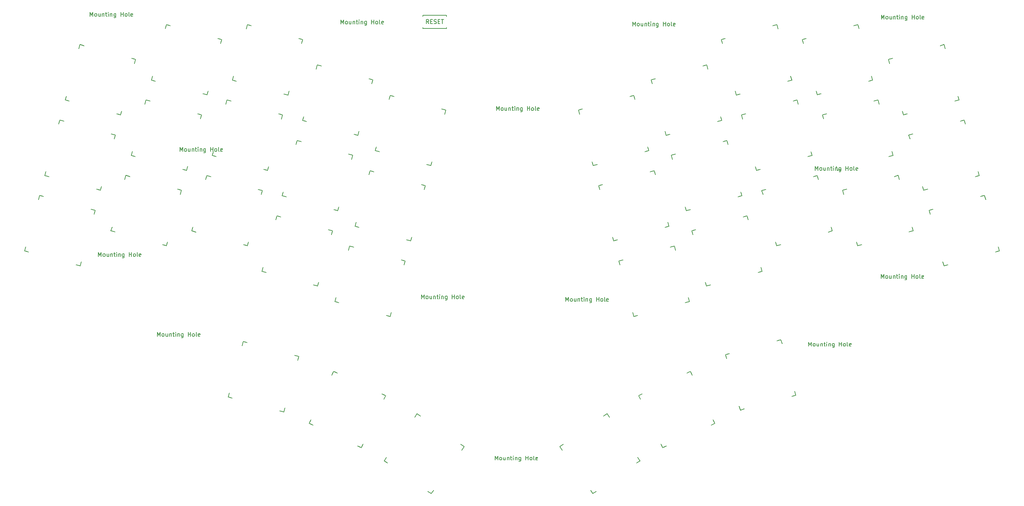
<source format=gbr>
G04 #@! TF.GenerationSoftware,KiCad,Pcbnew,(5.1.9)-1*
G04 #@! TF.CreationDate,2021-04-12T00:24:37-07:00*
G04 #@! TF.ProjectId,euclid36,6575636c-6964-4333-962e-6b696361645f,1.2*
G04 #@! TF.SameCoordinates,PX2faf080PY2faf080*
G04 #@! TF.FileFunction,Legend,Top*
G04 #@! TF.FilePolarity,Positive*
%FSLAX46Y46*%
G04 Gerber Fmt 4.6, Leading zero omitted, Abs format (unit mm)*
G04 Created by KiCad (PCBNEW (5.1.9)-1) date 2021-04-12 00:24:37*
%MOMM*%
%LPD*%
G01*
G04 APERTURE LIST*
%ADD10C,0.150000*%
G04 APERTURE END LIST*
D10*
X49616841Y15821821D02*
X48650915Y16080641D01*
X49616841Y15821821D02*
X49358022Y14855896D01*
X45027449Y2557679D02*
X45993374Y2298860D01*
X45993374Y2298860D02*
X45027449Y2557679D01*
X46252194Y3264786D02*
X45993374Y2298860D01*
X32470413Y5922327D02*
X32729232Y6888252D01*
X37059805Y19186469D02*
X36093880Y19445288D01*
X32470413Y5922327D02*
X33436339Y5663507D01*
X35835060Y18479362D02*
X36093880Y19445288D01*
X166129747Y-57426786D02*
X165163822Y-57685605D01*
X166129747Y-57426786D02*
X166388567Y-58392712D01*
X168787288Y-71208567D02*
X169753214Y-70949747D01*
X169753214Y-70949747D02*
X168787288Y-71208567D01*
X169494395Y-69983822D02*
X169753214Y-70949747D01*
X156230253Y-74573214D02*
X155971433Y-73607288D01*
X153572712Y-60791433D02*
X152606786Y-61050253D01*
X156230253Y-74573214D02*
X157196178Y-74314395D01*
X152865605Y-62016178D02*
X152606786Y-61050253D01*
X144118827Y-65116518D02*
X143212519Y-65539136D01*
X144118827Y-65116518D02*
X144541445Y-66022825D01*
X149129175Y-78227445D02*
X150035482Y-77804827D01*
X150035482Y-77804827D02*
X149129175Y-78227445D01*
X149612864Y-76898519D02*
X150035482Y-77804827D01*
X137347173Y-83721482D02*
X136924555Y-82815175D01*
X132336825Y-70610555D02*
X131430518Y-71033173D01*
X137347173Y-83721482D02*
X138253481Y-83298864D01*
X131853136Y-71939481D02*
X131430518Y-71033173D01*
X123754029Y-75464901D02*
X122934877Y-76038477D01*
X123754029Y-75464901D02*
X124327606Y-76284053D01*
X130964947Y-87506606D02*
X131784099Y-86933029D01*
X131784099Y-86933029D02*
X130964947Y-87506606D01*
X131210523Y-86113877D02*
X131784099Y-86933029D01*
X120315971Y-94963099D02*
X119742394Y-94143947D01*
X113105053Y-82921394D02*
X112285901Y-83494971D01*
X120315971Y-94963099D02*
X121135123Y-94389523D01*
X112859477Y-84314123D02*
X112285901Y-83494971D01*
X88945452Y-83494673D02*
X88126300Y-82921096D01*
X88945452Y-83494673D02*
X88371876Y-84313825D01*
X80096230Y-94389225D02*
X80915382Y-94962801D01*
X80915382Y-94962801D02*
X80096230Y-94389225D01*
X81488959Y-94143649D02*
X80915382Y-94962801D01*
X69447254Y-86932731D02*
X70020830Y-86113579D01*
X78296476Y-76038179D02*
X77477324Y-75464603D01*
X69447254Y-86932731D02*
X70266406Y-87506308D01*
X76903747Y-76283755D02*
X77477324Y-75464603D01*
X69801347Y-71032876D02*
X68895040Y-70610258D01*
X69801347Y-71032876D02*
X69378729Y-71939184D01*
X62978384Y-83298567D02*
X63884692Y-83721185D01*
X63884692Y-83721185D02*
X62978384Y-83298567D01*
X64307310Y-82814878D02*
X63884692Y-83721185D01*
X51196383Y-77804530D02*
X51619001Y-76898222D01*
X58019346Y-65538839D02*
X57113038Y-65116221D01*
X51196383Y-77804530D02*
X52102690Y-78227148D01*
X56690420Y-66022528D02*
X57113038Y-65116221D01*
X48624418Y-61485500D02*
X47658492Y-61226680D01*
X48624418Y-61485500D02*
X48365599Y-62451425D01*
X44035026Y-74749642D02*
X45000951Y-75008461D01*
X45000951Y-75008461D02*
X44035026Y-74749642D01*
X45259771Y-74042535D02*
X45000951Y-75008461D01*
X31477990Y-71384994D02*
X31736809Y-70419069D01*
X36067382Y-58120852D02*
X35101457Y-57862033D01*
X31477990Y-71384994D02*
X32443916Y-71643814D01*
X34842637Y-58827959D02*
X35101457Y-57862033D01*
X215744893Y-22216188D02*
X214778968Y-22475007D01*
X215744893Y-22216188D02*
X216003713Y-23182114D01*
X218402434Y-35997969D02*
X219368360Y-35739149D01*
X219368360Y-35739149D02*
X218402434Y-35997969D01*
X219109541Y-34773224D02*
X219368360Y-35739149D01*
X205845399Y-39362616D02*
X205586579Y-38396690D01*
X203187858Y-25580835D02*
X202221932Y-25839655D01*
X205845399Y-39362616D02*
X206811324Y-39103797D01*
X202480751Y-26805580D02*
X202221932Y-25839655D01*
X194714407Y-17332885D02*
X193748482Y-17591704D01*
X194714407Y-17332885D02*
X194973227Y-18298811D01*
X197371948Y-31114666D02*
X198337874Y-30855846D01*
X198337874Y-30855846D02*
X197371948Y-31114666D01*
X198079055Y-29889921D02*
X198337874Y-30855846D01*
X184814913Y-34479313D02*
X184556093Y-33513387D01*
X182157372Y-20697532D02*
X181191446Y-20956352D01*
X184814913Y-34479313D02*
X185780838Y-34220494D01*
X181450265Y-21922277D02*
X181191446Y-20956352D01*
X174998720Y-17356484D02*
X174032795Y-17615303D01*
X174998720Y-17356484D02*
X175257540Y-18322410D01*
X177656261Y-31138265D02*
X178622187Y-30879445D01*
X178622187Y-30879445D02*
X177656261Y-31138265D01*
X178363368Y-29913520D02*
X178622187Y-30879445D01*
X165099226Y-34502912D02*
X164840406Y-33536986D01*
X162441685Y-20721131D02*
X161475759Y-20979951D01*
X165099226Y-34502912D02*
X166065151Y-34244093D01*
X161734578Y-21945876D02*
X161475759Y-20979951D01*
X157912635Y-27193889D02*
X156946710Y-27452708D01*
X157912635Y-27193889D02*
X158171455Y-28159815D01*
X160570176Y-40975670D02*
X161536102Y-40716850D01*
X161536102Y-40716850D02*
X160570176Y-40975670D01*
X161277283Y-39750925D02*
X161536102Y-40716850D01*
X148013141Y-44340317D02*
X147754321Y-43374391D01*
X145355600Y-30558536D02*
X144389674Y-30817356D01*
X148013141Y-44340317D02*
X148979066Y-44081498D01*
X144648493Y-31783281D02*
X144389674Y-30817356D01*
X140169149Y-34577843D02*
X139203224Y-34836662D01*
X140169149Y-34577843D02*
X140427969Y-35543769D01*
X142826690Y-48359624D02*
X143792616Y-48100804D01*
X143792616Y-48100804D02*
X142826690Y-48359624D01*
X143533797Y-47134879D02*
X143792616Y-48100804D01*
X130269655Y-51724271D02*
X130010835Y-50758345D01*
X127612114Y-37942490D02*
X126646188Y-38201310D01*
X130269655Y-51724271D02*
X131235580Y-51465452D01*
X126905007Y-39167235D02*
X126646188Y-38201310D01*
X210814391Y-3815302D02*
X209848466Y-4074121D01*
X210814391Y-3815302D02*
X211073211Y-4781228D01*
X213471932Y-17597083D02*
X214437858Y-17338263D01*
X214437858Y-17338263D02*
X213471932Y-17597083D01*
X214179039Y-16372338D02*
X214437858Y-17338263D01*
X200914897Y-20961730D02*
X200656077Y-19995804D01*
X198257356Y-7179949D02*
X197291430Y-7438769D01*
X200914897Y-20961730D02*
X201880822Y-20702911D01*
X197550249Y-8404694D02*
X197291430Y-7438769D01*
X189783905Y1068001D02*
X188817980Y809182D01*
X189783905Y1068001D02*
X190042725Y102075D01*
X192441446Y-12713780D02*
X193407372Y-12454960D01*
X193407372Y-12454960D02*
X192441446Y-12713780D01*
X193148553Y-11489035D02*
X193407372Y-12454960D01*
X179884411Y-16078427D02*
X179625591Y-15112501D01*
X177226870Y-2296646D02*
X176260944Y-2555466D01*
X179884411Y-16078427D02*
X180850336Y-15819608D01*
X176519763Y-3521391D02*
X176260944Y-2555466D01*
X170068218Y1044402D02*
X169102293Y785583D01*
X170068218Y1044402D02*
X170327038Y78476D01*
X172725759Y-12737379D02*
X173691685Y-12478559D01*
X173691685Y-12478559D02*
X172725759Y-12737379D01*
X173432866Y-11512634D02*
X173691685Y-12478559D01*
X160168724Y-16102026D02*
X159909904Y-15136100D01*
X157511183Y-2320245D02*
X156545257Y-2579065D01*
X160168724Y-16102026D02*
X161134649Y-15843207D01*
X156804076Y-3544990D02*
X156545257Y-2579065D01*
X152982133Y-8793003D02*
X152016208Y-9051822D01*
X152982133Y-8793003D02*
X153240953Y-9758929D01*
X155639674Y-22574784D02*
X156605600Y-22315964D01*
X156605600Y-22315964D02*
X155639674Y-22574784D01*
X156346781Y-21350039D02*
X156605600Y-22315964D01*
X143082639Y-25939431D02*
X142823819Y-24973505D01*
X140425098Y-12157650D02*
X139459172Y-12416470D01*
X143082639Y-25939431D02*
X144048564Y-25680612D01*
X139717991Y-13382395D02*
X139459172Y-12416470D01*
X135238647Y-16176957D02*
X134272722Y-16435776D01*
X135238647Y-16176957D02*
X135497467Y-17142883D01*
X137896188Y-29958738D02*
X138862114Y-29699918D01*
X138862114Y-29699918D02*
X137896188Y-29958738D01*
X138603295Y-28733993D02*
X138862114Y-29699918D01*
X125339153Y-33323385D02*
X125080333Y-32357459D01*
X122681612Y-19541604D02*
X121715686Y-19800424D01*
X125339153Y-33323385D02*
X126305078Y-33064566D01*
X121974505Y-20766349D02*
X121715686Y-19800424D01*
X205883889Y14585584D02*
X204917964Y14326765D01*
X205883889Y14585584D02*
X206142709Y13619658D01*
X208541430Y803803D02*
X209507356Y1062623D01*
X209507356Y1062623D02*
X208541430Y803803D01*
X209248537Y2028548D02*
X209507356Y1062623D01*
X195984395Y-2560844D02*
X195725575Y-1594918D01*
X193326854Y11220937D02*
X192360928Y10962117D01*
X195984395Y-2560844D02*
X196950320Y-2302025D01*
X192619747Y9996192D02*
X192360928Y10962117D01*
X184853403Y19468887D02*
X183887478Y19210068D01*
X184853403Y19468887D02*
X185112223Y18502961D01*
X187510944Y5687106D02*
X188476870Y5945926D01*
X188476870Y5945926D02*
X187510944Y5687106D01*
X188218051Y6911851D02*
X188476870Y5945926D01*
X174953909Y2322459D02*
X174695089Y3288385D01*
X172296368Y16104240D02*
X171330442Y15845420D01*
X174953909Y2322459D02*
X175919834Y2581278D01*
X171589261Y14879495D02*
X171330442Y15845420D01*
X165137716Y19445288D02*
X164171791Y19186469D01*
X165137716Y19445288D02*
X165396536Y18479362D01*
X167795257Y5663507D02*
X168761183Y5922327D01*
X168761183Y5922327D02*
X167795257Y5663507D01*
X168502364Y6888252D02*
X168761183Y5922327D01*
X155238222Y2298860D02*
X154979402Y3264786D01*
X152580681Y16080641D02*
X151614755Y15821821D01*
X155238222Y2298860D02*
X156204147Y2557679D01*
X151873574Y14855896D02*
X151614755Y15821821D01*
X148051631Y9607883D02*
X147085706Y9349064D01*
X148051631Y9607883D02*
X148310451Y8641957D01*
X150709172Y-4173898D02*
X151675098Y-3915078D01*
X151675098Y-3915078D02*
X150709172Y-4173898D01*
X151416279Y-2949153D02*
X151675098Y-3915078D01*
X138152137Y-7538545D02*
X137893317Y-6572619D01*
X135494596Y6243236D02*
X134528670Y5984416D01*
X138152137Y-7538545D02*
X139118062Y-7279726D01*
X134787489Y5018491D02*
X134528670Y5984416D01*
X130308145Y2223929D02*
X129342220Y1965110D01*
X130308145Y2223929D02*
X130566965Y1258003D01*
X132965686Y-11557852D02*
X133931612Y-11299032D01*
X133931612Y-11299032D02*
X132965686Y-11557852D01*
X133672793Y-10333107D02*
X133931612Y-11299032D01*
X120408651Y-14922499D02*
X120149831Y-13956573D01*
X117751110Y-1140718D02*
X116785184Y-1399538D01*
X120408651Y-14922499D02*
X121374576Y-14663680D01*
X117044003Y-2365463D02*
X116785184Y-1399538D01*
X74585408Y-38201310D02*
X73619482Y-37942490D01*
X74585408Y-38201310D02*
X74326589Y-39167235D01*
X69996016Y-51465452D02*
X70961941Y-51724271D01*
X70961941Y-51724271D02*
X69996016Y-51465452D01*
X71220761Y-50758345D02*
X70961941Y-51724271D01*
X57438980Y-48100804D02*
X57697799Y-47134879D01*
X62028372Y-34836662D02*
X61062447Y-34577843D01*
X57438980Y-48100804D02*
X58404906Y-48359624D01*
X60803627Y-35543769D02*
X61062447Y-34577843D01*
X56841922Y-30817356D02*
X55875996Y-30558536D01*
X56841922Y-30817356D02*
X56583103Y-31783281D01*
X52252530Y-44081498D02*
X53218455Y-44340317D01*
X53218455Y-44340317D02*
X52252530Y-44081498D01*
X53477275Y-43374391D02*
X53218455Y-44340317D01*
X39695494Y-40716850D02*
X39954313Y-39750925D01*
X44284886Y-27452708D02*
X43318961Y-27193889D01*
X39695494Y-40716850D02*
X40661420Y-40975670D01*
X43060141Y-28159815D02*
X43318961Y-27193889D01*
X39755837Y-20979951D02*
X38789911Y-20721131D01*
X39755837Y-20979951D02*
X39497018Y-21945876D01*
X35166445Y-34244093D02*
X36132370Y-34502912D01*
X36132370Y-34502912D02*
X35166445Y-34244093D01*
X36391190Y-33536986D02*
X36132370Y-34502912D01*
X22609409Y-30879445D02*
X22868228Y-29913520D01*
X27198801Y-17615303D02*
X26232876Y-17356484D01*
X22609409Y-30879445D02*
X23575335Y-31138265D01*
X25974056Y-18322410D02*
X26232876Y-17356484D01*
X20040150Y-20956352D02*
X19074224Y-20697532D01*
X20040150Y-20956352D02*
X19781331Y-21922277D01*
X15450758Y-34220494D02*
X16416683Y-34479313D01*
X16416683Y-34479313D02*
X15450758Y-34220494D01*
X16675503Y-33513387D02*
X16416683Y-34479313D01*
X2893722Y-30855846D02*
X3152541Y-29889921D01*
X7483114Y-17591704D02*
X6517189Y-17332885D01*
X2893722Y-30855846D02*
X3859648Y-31114666D01*
X6258369Y-18298811D02*
X6517189Y-17332885D01*
X-990336Y-25839656D02*
X-1956262Y-25580836D01*
X-990336Y-25839656D02*
X-1249155Y-26805581D01*
X-5579728Y-39103798D02*
X-4613803Y-39362617D01*
X-4613803Y-39362617D02*
X-5579728Y-39103798D01*
X-4354983Y-38396691D02*
X-4613803Y-39362617D01*
X-18136764Y-35739150D02*
X-17877945Y-34773225D01*
X-13547372Y-22475008D02*
X-14513297Y-22216189D01*
X-18136764Y-35739150D02*
X-17170838Y-35997970D01*
X-14772117Y-23182115D02*
X-14513297Y-22216189D01*
X79515910Y-19800424D02*
X78549984Y-19541604D01*
X79515910Y-19800424D02*
X79257091Y-20766349D01*
X74926518Y-33064566D02*
X75892443Y-33323385D01*
X75892443Y-33323385D02*
X74926518Y-33064566D01*
X76151263Y-32357459D02*
X75892443Y-33323385D01*
X62369482Y-29699918D02*
X62628301Y-28733993D01*
X66958874Y-16435776D02*
X65992949Y-16176957D01*
X62369482Y-29699918D02*
X63335408Y-29958738D01*
X65734129Y-17142883D02*
X65992949Y-16176957D01*
X61772424Y-12416470D02*
X60806498Y-12157650D01*
X61772424Y-12416470D02*
X61513605Y-13382395D01*
X57183032Y-25680612D02*
X58148957Y-25939431D01*
X58148957Y-25939431D02*
X57183032Y-25680612D01*
X58407777Y-24973505D02*
X58148957Y-25939431D01*
X44625996Y-22315964D02*
X44884815Y-21350039D01*
X49215388Y-9051822D02*
X48249463Y-8793003D01*
X44625996Y-22315964D02*
X45591922Y-22574784D01*
X47990643Y-9758929D02*
X48249463Y-8793003D01*
X44686339Y-2579065D02*
X43720413Y-2320245D01*
X44686339Y-2579065D02*
X44427520Y-3544990D01*
X40096947Y-15843207D02*
X41062872Y-16102026D01*
X41062872Y-16102026D02*
X40096947Y-15843207D01*
X41321692Y-15136100D02*
X41062872Y-16102026D01*
X27539911Y-12478559D02*
X27798730Y-11512634D01*
X32129303Y785583D02*
X31163378Y1044402D01*
X27539911Y-12478559D02*
X28505837Y-12737379D01*
X30904558Y78476D02*
X31163378Y1044402D01*
X24970652Y-2555466D02*
X24004726Y-2296646D01*
X24970652Y-2555466D02*
X24711833Y-3521391D01*
X20381260Y-15819608D02*
X21347185Y-16078427D01*
X21347185Y-16078427D02*
X20381260Y-15819608D01*
X21606005Y-15112501D02*
X21347185Y-16078427D01*
X7824224Y-12454960D02*
X8083043Y-11489035D01*
X12413616Y809182D02*
X11447691Y1068001D01*
X7824224Y-12454960D02*
X8790150Y-12713780D01*
X11188871Y102075D02*
X11447691Y1068001D01*
X3940166Y-7438770D02*
X2974240Y-7179950D01*
X3940166Y-7438770D02*
X3681347Y-8404695D01*
X-649226Y-20702912D02*
X316699Y-20961731D01*
X316699Y-20961731D02*
X-649226Y-20702912D01*
X575519Y-19995805D02*
X316699Y-20961731D01*
X-13206262Y-17338264D02*
X-12947443Y-16372339D01*
X-8616870Y-4074122D02*
X-9582795Y-3815303D01*
X-13206262Y-17338264D02*
X-12240336Y-17597084D01*
X-9841615Y-4781229D02*
X-9582795Y-3815303D01*
X84446412Y-1399538D02*
X83480486Y-1140718D01*
X84446412Y-1399538D02*
X84187593Y-2365463D01*
X79857020Y-14663680D02*
X80822945Y-14922499D01*
X80822945Y-14922499D02*
X79857020Y-14663680D01*
X81081765Y-13956573D02*
X80822945Y-14922499D01*
X67299984Y-11299032D02*
X67558803Y-10333107D01*
X71889376Y1965110D02*
X70923451Y2223929D01*
X67299984Y-11299032D02*
X68265910Y-11557852D01*
X70664631Y1258003D02*
X70923451Y2223929D01*
X66702926Y5984416D02*
X65737000Y6243236D01*
X66702926Y5984416D02*
X66444107Y5018491D01*
X62113534Y-7279726D02*
X63079459Y-7538545D01*
X63079459Y-7538545D02*
X62113534Y-7279726D01*
X63338279Y-6572619D02*
X63079459Y-7538545D01*
X49556498Y-3915078D02*
X49815317Y-2949153D01*
X54145890Y9349064D02*
X53179965Y9607883D01*
X49556498Y-3915078D02*
X50522424Y-4173898D01*
X52921145Y8641957D02*
X53179965Y9607883D01*
X29901154Y15845420D02*
X28935228Y16104240D01*
X29901154Y15845420D02*
X29642335Y14879495D01*
X25311762Y2581278D02*
X26277687Y2322459D01*
X26277687Y2322459D02*
X25311762Y2581278D01*
X26536507Y3288385D02*
X26277687Y2322459D01*
X12754726Y5945926D02*
X13013545Y6911851D01*
X17344118Y19210068D02*
X16378193Y19468887D01*
X12754726Y5945926D02*
X13720652Y5687106D01*
X16119373Y18502961D02*
X16378193Y19468887D01*
X8870668Y10962116D02*
X7904742Y11220936D01*
X8870668Y10962116D02*
X8611849Y9996191D01*
X4281276Y-2302026D02*
X5247201Y-2560845D01*
X5247201Y-2560845D02*
X4281276Y-2302026D01*
X5506021Y-1594919D02*
X5247201Y-2560845D01*
X-8275760Y1062622D02*
X-8016941Y2028547D01*
X-3686368Y14326764D02*
X-4652293Y14585583D01*
X-8275760Y1062622D02*
X-7309834Y803802D01*
X-4911113Y13619657D02*
X-4652293Y14585583D01*
X78912500Y18555000D02*
X84612500Y18555000D01*
X84612500Y18555000D02*
X84612500Y18805000D01*
X78912500Y18555000D02*
X78912500Y18805000D01*
X78912500Y21755000D02*
X78912500Y21505000D01*
X78912500Y21755000D02*
X84612500Y21755000D01*
X84612500Y21755000D02*
X84612500Y21505000D01*
X174483333Y-16082380D02*
X174483333Y-15082380D01*
X174816666Y-15796666D01*
X175150000Y-15082380D01*
X175150000Y-16082380D01*
X175769047Y-16082380D02*
X175673809Y-16034761D01*
X175626190Y-15987142D01*
X175578571Y-15891904D01*
X175578571Y-15606190D01*
X175626190Y-15510952D01*
X175673809Y-15463333D01*
X175769047Y-15415714D01*
X175911904Y-15415714D01*
X176007142Y-15463333D01*
X176054761Y-15510952D01*
X176102380Y-15606190D01*
X176102380Y-15891904D01*
X176054761Y-15987142D01*
X176007142Y-16034761D01*
X175911904Y-16082380D01*
X175769047Y-16082380D01*
X176959523Y-15415714D02*
X176959523Y-16082380D01*
X176530952Y-15415714D02*
X176530952Y-15939523D01*
X176578571Y-16034761D01*
X176673809Y-16082380D01*
X176816666Y-16082380D01*
X176911904Y-16034761D01*
X176959523Y-15987142D01*
X177435714Y-15415714D02*
X177435714Y-16082380D01*
X177435714Y-15510952D02*
X177483333Y-15463333D01*
X177578571Y-15415714D01*
X177721428Y-15415714D01*
X177816666Y-15463333D01*
X177864285Y-15558571D01*
X177864285Y-16082380D01*
X178197619Y-15415714D02*
X178578571Y-15415714D01*
X178340476Y-15082380D02*
X178340476Y-15939523D01*
X178388095Y-16034761D01*
X178483333Y-16082380D01*
X178578571Y-16082380D01*
X178911904Y-16082380D02*
X178911904Y-15415714D01*
X178911904Y-15082380D02*
X178864285Y-15130000D01*
X178911904Y-15177619D01*
X178959523Y-15130000D01*
X178911904Y-15082380D01*
X178911904Y-15177619D01*
X179388095Y-15415714D02*
X179388095Y-16082380D01*
X179388095Y-15510952D02*
X179435714Y-15463333D01*
X179530952Y-15415714D01*
X179673809Y-15415714D01*
X179769047Y-15463333D01*
X179816666Y-15558571D01*
X179816666Y-16082380D01*
X180721428Y-15415714D02*
X180721428Y-16225238D01*
X180673809Y-16320476D01*
X180626190Y-16368095D01*
X180530952Y-16415714D01*
X180388095Y-16415714D01*
X180292857Y-16368095D01*
X180721428Y-16034761D02*
X180626190Y-16082380D01*
X180435714Y-16082380D01*
X180340476Y-16034761D01*
X180292857Y-15987142D01*
X180245238Y-15891904D01*
X180245238Y-15606190D01*
X180292857Y-15510952D01*
X180340476Y-15463333D01*
X180435714Y-15415714D01*
X180626190Y-15415714D01*
X180721428Y-15463333D01*
X181959523Y-16082380D02*
X181959523Y-15082380D01*
X181959523Y-15558571D02*
X182530952Y-15558571D01*
X182530952Y-16082380D02*
X182530952Y-15082380D01*
X183150000Y-16082380D02*
X183054761Y-16034761D01*
X183007142Y-15987142D01*
X182959523Y-15891904D01*
X182959523Y-15606190D01*
X183007142Y-15510952D01*
X183054761Y-15463333D01*
X183150000Y-15415714D01*
X183292857Y-15415714D01*
X183388095Y-15463333D01*
X183435714Y-15510952D01*
X183483333Y-15606190D01*
X183483333Y-15891904D01*
X183435714Y-15987142D01*
X183388095Y-16034761D01*
X183292857Y-16082380D01*
X183150000Y-16082380D01*
X184054761Y-16082380D02*
X183959523Y-16034761D01*
X183911904Y-15939523D01*
X183911904Y-15082380D01*
X184816666Y-16034761D02*
X184721428Y-16082380D01*
X184530952Y-16082380D01*
X184435714Y-16034761D01*
X184388095Y-15939523D01*
X184388095Y-15558571D01*
X184435714Y-15463333D01*
X184530952Y-15415714D01*
X184721428Y-15415714D01*
X184816666Y-15463333D01*
X184864285Y-15558571D01*
X184864285Y-15653809D01*
X184388095Y-15749047D01*
X19673333Y-11462380D02*
X19673333Y-10462380D01*
X20006666Y-11176666D01*
X20340000Y-10462380D01*
X20340000Y-11462380D01*
X20959047Y-11462380D02*
X20863809Y-11414761D01*
X20816190Y-11367142D01*
X20768571Y-11271904D01*
X20768571Y-10986190D01*
X20816190Y-10890952D01*
X20863809Y-10843333D01*
X20959047Y-10795714D01*
X21101904Y-10795714D01*
X21197142Y-10843333D01*
X21244761Y-10890952D01*
X21292380Y-10986190D01*
X21292380Y-11271904D01*
X21244761Y-11367142D01*
X21197142Y-11414761D01*
X21101904Y-11462380D01*
X20959047Y-11462380D01*
X22149523Y-10795714D02*
X22149523Y-11462380D01*
X21720952Y-10795714D02*
X21720952Y-11319523D01*
X21768571Y-11414761D01*
X21863809Y-11462380D01*
X22006666Y-11462380D01*
X22101904Y-11414761D01*
X22149523Y-11367142D01*
X22625714Y-10795714D02*
X22625714Y-11462380D01*
X22625714Y-10890952D02*
X22673333Y-10843333D01*
X22768571Y-10795714D01*
X22911428Y-10795714D01*
X23006666Y-10843333D01*
X23054285Y-10938571D01*
X23054285Y-11462380D01*
X23387619Y-10795714D02*
X23768571Y-10795714D01*
X23530476Y-10462380D02*
X23530476Y-11319523D01*
X23578095Y-11414761D01*
X23673333Y-11462380D01*
X23768571Y-11462380D01*
X24101904Y-11462380D02*
X24101904Y-10795714D01*
X24101904Y-10462380D02*
X24054285Y-10510000D01*
X24101904Y-10557619D01*
X24149523Y-10510000D01*
X24101904Y-10462380D01*
X24101904Y-10557619D01*
X24578095Y-10795714D02*
X24578095Y-11462380D01*
X24578095Y-10890952D02*
X24625714Y-10843333D01*
X24720952Y-10795714D01*
X24863809Y-10795714D01*
X24959047Y-10843333D01*
X25006666Y-10938571D01*
X25006666Y-11462380D01*
X25911428Y-10795714D02*
X25911428Y-11605238D01*
X25863809Y-11700476D01*
X25816190Y-11748095D01*
X25720952Y-11795714D01*
X25578095Y-11795714D01*
X25482857Y-11748095D01*
X25911428Y-11414761D02*
X25816190Y-11462380D01*
X25625714Y-11462380D01*
X25530476Y-11414761D01*
X25482857Y-11367142D01*
X25435238Y-11271904D01*
X25435238Y-10986190D01*
X25482857Y-10890952D01*
X25530476Y-10843333D01*
X25625714Y-10795714D01*
X25816190Y-10795714D01*
X25911428Y-10843333D01*
X27149523Y-11462380D02*
X27149523Y-10462380D01*
X27149523Y-10938571D02*
X27720952Y-10938571D01*
X27720952Y-11462380D02*
X27720952Y-10462380D01*
X28340000Y-11462380D02*
X28244761Y-11414761D01*
X28197142Y-11367142D01*
X28149523Y-11271904D01*
X28149523Y-10986190D01*
X28197142Y-10890952D01*
X28244761Y-10843333D01*
X28340000Y-10795714D01*
X28482857Y-10795714D01*
X28578095Y-10843333D01*
X28625714Y-10890952D01*
X28673333Y-10986190D01*
X28673333Y-11271904D01*
X28625714Y-11367142D01*
X28578095Y-11414761D01*
X28482857Y-11462380D01*
X28340000Y-11462380D01*
X29244761Y-11462380D02*
X29149523Y-11414761D01*
X29101904Y-11319523D01*
X29101904Y-10462380D01*
X30006666Y-11414761D02*
X29911428Y-11462380D01*
X29720952Y-11462380D01*
X29625714Y-11414761D01*
X29578095Y-11319523D01*
X29578095Y-10938571D01*
X29625714Y-10843333D01*
X29720952Y-10795714D01*
X29911428Y-10795714D01*
X30006666Y-10843333D01*
X30054285Y-10938571D01*
X30054285Y-11033809D01*
X29578095Y-11129047D01*
X172873333Y-58982380D02*
X172873333Y-57982380D01*
X173206666Y-58696666D01*
X173540000Y-57982380D01*
X173540000Y-58982380D01*
X174159047Y-58982380D02*
X174063809Y-58934761D01*
X174016190Y-58887142D01*
X173968571Y-58791904D01*
X173968571Y-58506190D01*
X174016190Y-58410952D01*
X174063809Y-58363333D01*
X174159047Y-58315714D01*
X174301904Y-58315714D01*
X174397142Y-58363333D01*
X174444761Y-58410952D01*
X174492380Y-58506190D01*
X174492380Y-58791904D01*
X174444761Y-58887142D01*
X174397142Y-58934761D01*
X174301904Y-58982380D01*
X174159047Y-58982380D01*
X175349523Y-58315714D02*
X175349523Y-58982380D01*
X174920952Y-58315714D02*
X174920952Y-58839523D01*
X174968571Y-58934761D01*
X175063809Y-58982380D01*
X175206666Y-58982380D01*
X175301904Y-58934761D01*
X175349523Y-58887142D01*
X175825714Y-58315714D02*
X175825714Y-58982380D01*
X175825714Y-58410952D02*
X175873333Y-58363333D01*
X175968571Y-58315714D01*
X176111428Y-58315714D01*
X176206666Y-58363333D01*
X176254285Y-58458571D01*
X176254285Y-58982380D01*
X176587619Y-58315714D02*
X176968571Y-58315714D01*
X176730476Y-57982380D02*
X176730476Y-58839523D01*
X176778095Y-58934761D01*
X176873333Y-58982380D01*
X176968571Y-58982380D01*
X177301904Y-58982380D02*
X177301904Y-58315714D01*
X177301904Y-57982380D02*
X177254285Y-58030000D01*
X177301904Y-58077619D01*
X177349523Y-58030000D01*
X177301904Y-57982380D01*
X177301904Y-58077619D01*
X177778095Y-58315714D02*
X177778095Y-58982380D01*
X177778095Y-58410952D02*
X177825714Y-58363333D01*
X177920952Y-58315714D01*
X178063809Y-58315714D01*
X178159047Y-58363333D01*
X178206666Y-58458571D01*
X178206666Y-58982380D01*
X179111428Y-58315714D02*
X179111428Y-59125238D01*
X179063809Y-59220476D01*
X179016190Y-59268095D01*
X178920952Y-59315714D01*
X178778095Y-59315714D01*
X178682857Y-59268095D01*
X179111428Y-58934761D02*
X179016190Y-58982380D01*
X178825714Y-58982380D01*
X178730476Y-58934761D01*
X178682857Y-58887142D01*
X178635238Y-58791904D01*
X178635238Y-58506190D01*
X178682857Y-58410952D01*
X178730476Y-58363333D01*
X178825714Y-58315714D01*
X179016190Y-58315714D01*
X179111428Y-58363333D01*
X180349523Y-58982380D02*
X180349523Y-57982380D01*
X180349523Y-58458571D02*
X180920952Y-58458571D01*
X180920952Y-58982380D02*
X180920952Y-57982380D01*
X181540000Y-58982380D02*
X181444761Y-58934761D01*
X181397142Y-58887142D01*
X181349523Y-58791904D01*
X181349523Y-58506190D01*
X181397142Y-58410952D01*
X181444761Y-58363333D01*
X181540000Y-58315714D01*
X181682857Y-58315714D01*
X181778095Y-58363333D01*
X181825714Y-58410952D01*
X181873333Y-58506190D01*
X181873333Y-58791904D01*
X181825714Y-58887142D01*
X181778095Y-58934761D01*
X181682857Y-58982380D01*
X181540000Y-58982380D01*
X182444761Y-58982380D02*
X182349523Y-58934761D01*
X182301904Y-58839523D01*
X182301904Y-57982380D01*
X183206666Y-58934761D02*
X183111428Y-58982380D01*
X182920952Y-58982380D01*
X182825714Y-58934761D01*
X182778095Y-58839523D01*
X182778095Y-58458571D01*
X182825714Y-58363333D01*
X182920952Y-58315714D01*
X183111428Y-58315714D01*
X183206666Y-58363333D01*
X183254285Y-58458571D01*
X183254285Y-58553809D01*
X182778095Y-58649047D01*
X-156667Y-37102380D02*
X-156667Y-36102380D01*
X176666Y-36816666D01*
X510000Y-36102380D01*
X510000Y-37102380D01*
X1129047Y-37102380D02*
X1033809Y-37054761D01*
X986190Y-37007142D01*
X938571Y-36911904D01*
X938571Y-36626190D01*
X986190Y-36530952D01*
X1033809Y-36483333D01*
X1129047Y-36435714D01*
X1271904Y-36435714D01*
X1367142Y-36483333D01*
X1414761Y-36530952D01*
X1462380Y-36626190D01*
X1462380Y-36911904D01*
X1414761Y-37007142D01*
X1367142Y-37054761D01*
X1271904Y-37102380D01*
X1129047Y-37102380D01*
X2319523Y-36435714D02*
X2319523Y-37102380D01*
X1890952Y-36435714D02*
X1890952Y-36959523D01*
X1938571Y-37054761D01*
X2033809Y-37102380D01*
X2176666Y-37102380D01*
X2271904Y-37054761D01*
X2319523Y-37007142D01*
X2795714Y-36435714D02*
X2795714Y-37102380D01*
X2795714Y-36530952D02*
X2843333Y-36483333D01*
X2938571Y-36435714D01*
X3081428Y-36435714D01*
X3176666Y-36483333D01*
X3224285Y-36578571D01*
X3224285Y-37102380D01*
X3557619Y-36435714D02*
X3938571Y-36435714D01*
X3700476Y-36102380D02*
X3700476Y-36959523D01*
X3748095Y-37054761D01*
X3843333Y-37102380D01*
X3938571Y-37102380D01*
X4271904Y-37102380D02*
X4271904Y-36435714D01*
X4271904Y-36102380D02*
X4224285Y-36150000D01*
X4271904Y-36197619D01*
X4319523Y-36150000D01*
X4271904Y-36102380D01*
X4271904Y-36197619D01*
X4748095Y-36435714D02*
X4748095Y-37102380D01*
X4748095Y-36530952D02*
X4795714Y-36483333D01*
X4890952Y-36435714D01*
X5033809Y-36435714D01*
X5129047Y-36483333D01*
X5176666Y-36578571D01*
X5176666Y-37102380D01*
X6081428Y-36435714D02*
X6081428Y-37245238D01*
X6033809Y-37340476D01*
X5986190Y-37388095D01*
X5890952Y-37435714D01*
X5748095Y-37435714D01*
X5652857Y-37388095D01*
X6081428Y-37054761D02*
X5986190Y-37102380D01*
X5795714Y-37102380D01*
X5700476Y-37054761D01*
X5652857Y-37007142D01*
X5605238Y-36911904D01*
X5605238Y-36626190D01*
X5652857Y-36530952D01*
X5700476Y-36483333D01*
X5795714Y-36435714D01*
X5986190Y-36435714D01*
X6081428Y-36483333D01*
X7319523Y-37102380D02*
X7319523Y-36102380D01*
X7319523Y-36578571D02*
X7890952Y-36578571D01*
X7890952Y-37102380D02*
X7890952Y-36102380D01*
X8510000Y-37102380D02*
X8414761Y-37054761D01*
X8367142Y-37007142D01*
X8319523Y-36911904D01*
X8319523Y-36626190D01*
X8367142Y-36530952D01*
X8414761Y-36483333D01*
X8510000Y-36435714D01*
X8652857Y-36435714D01*
X8748095Y-36483333D01*
X8795714Y-36530952D01*
X8843333Y-36626190D01*
X8843333Y-36911904D01*
X8795714Y-37007142D01*
X8748095Y-37054761D01*
X8652857Y-37102380D01*
X8510000Y-37102380D01*
X9414761Y-37102380D02*
X9319523Y-37054761D01*
X9271904Y-36959523D01*
X9271904Y-36102380D01*
X10176666Y-37054761D02*
X10081428Y-37102380D01*
X9890952Y-37102380D01*
X9795714Y-37054761D01*
X9748095Y-36959523D01*
X9748095Y-36578571D01*
X9795714Y-36483333D01*
X9890952Y-36435714D01*
X10081428Y-36435714D01*
X10176666Y-36483333D01*
X10224285Y-36578571D01*
X10224285Y-36673809D01*
X9748095Y-36769047D01*
X190533333Y-42452380D02*
X190533333Y-41452380D01*
X190866666Y-42166666D01*
X191200000Y-41452380D01*
X191200000Y-42452380D01*
X191819047Y-42452380D02*
X191723809Y-42404761D01*
X191676190Y-42357142D01*
X191628571Y-42261904D01*
X191628571Y-41976190D01*
X191676190Y-41880952D01*
X191723809Y-41833333D01*
X191819047Y-41785714D01*
X191961904Y-41785714D01*
X192057142Y-41833333D01*
X192104761Y-41880952D01*
X192152380Y-41976190D01*
X192152380Y-42261904D01*
X192104761Y-42357142D01*
X192057142Y-42404761D01*
X191961904Y-42452380D01*
X191819047Y-42452380D01*
X193009523Y-41785714D02*
X193009523Y-42452380D01*
X192580952Y-41785714D02*
X192580952Y-42309523D01*
X192628571Y-42404761D01*
X192723809Y-42452380D01*
X192866666Y-42452380D01*
X192961904Y-42404761D01*
X193009523Y-42357142D01*
X193485714Y-41785714D02*
X193485714Y-42452380D01*
X193485714Y-41880952D02*
X193533333Y-41833333D01*
X193628571Y-41785714D01*
X193771428Y-41785714D01*
X193866666Y-41833333D01*
X193914285Y-41928571D01*
X193914285Y-42452380D01*
X194247619Y-41785714D02*
X194628571Y-41785714D01*
X194390476Y-41452380D02*
X194390476Y-42309523D01*
X194438095Y-42404761D01*
X194533333Y-42452380D01*
X194628571Y-42452380D01*
X194961904Y-42452380D02*
X194961904Y-41785714D01*
X194961904Y-41452380D02*
X194914285Y-41500000D01*
X194961904Y-41547619D01*
X195009523Y-41500000D01*
X194961904Y-41452380D01*
X194961904Y-41547619D01*
X195438095Y-41785714D02*
X195438095Y-42452380D01*
X195438095Y-41880952D02*
X195485714Y-41833333D01*
X195580952Y-41785714D01*
X195723809Y-41785714D01*
X195819047Y-41833333D01*
X195866666Y-41928571D01*
X195866666Y-42452380D01*
X196771428Y-41785714D02*
X196771428Y-42595238D01*
X196723809Y-42690476D01*
X196676190Y-42738095D01*
X196580952Y-42785714D01*
X196438095Y-42785714D01*
X196342857Y-42738095D01*
X196771428Y-42404761D02*
X196676190Y-42452380D01*
X196485714Y-42452380D01*
X196390476Y-42404761D01*
X196342857Y-42357142D01*
X196295238Y-42261904D01*
X196295238Y-41976190D01*
X196342857Y-41880952D01*
X196390476Y-41833333D01*
X196485714Y-41785714D01*
X196676190Y-41785714D01*
X196771428Y-41833333D01*
X198009523Y-42452380D02*
X198009523Y-41452380D01*
X198009523Y-41928571D02*
X198580952Y-41928571D01*
X198580952Y-42452380D02*
X198580952Y-41452380D01*
X199200000Y-42452380D02*
X199104761Y-42404761D01*
X199057142Y-42357142D01*
X199009523Y-42261904D01*
X199009523Y-41976190D01*
X199057142Y-41880952D01*
X199104761Y-41833333D01*
X199200000Y-41785714D01*
X199342857Y-41785714D01*
X199438095Y-41833333D01*
X199485714Y-41880952D01*
X199533333Y-41976190D01*
X199533333Y-42261904D01*
X199485714Y-42357142D01*
X199438095Y-42404761D01*
X199342857Y-42452380D01*
X199200000Y-42452380D01*
X200104761Y-42452380D02*
X200009523Y-42404761D01*
X199961904Y-42309523D01*
X199961904Y-41452380D01*
X200866666Y-42404761D02*
X200771428Y-42452380D01*
X200580952Y-42452380D01*
X200485714Y-42404761D01*
X200438095Y-42309523D01*
X200438095Y-41928571D01*
X200485714Y-41833333D01*
X200580952Y-41785714D01*
X200771428Y-41785714D01*
X200866666Y-41833333D01*
X200914285Y-41928571D01*
X200914285Y-42023809D01*
X200438095Y-42119047D01*
X113723333Y-48042380D02*
X113723333Y-47042380D01*
X114056666Y-47756666D01*
X114390000Y-47042380D01*
X114390000Y-48042380D01*
X115009047Y-48042380D02*
X114913809Y-47994761D01*
X114866190Y-47947142D01*
X114818571Y-47851904D01*
X114818571Y-47566190D01*
X114866190Y-47470952D01*
X114913809Y-47423333D01*
X115009047Y-47375714D01*
X115151904Y-47375714D01*
X115247142Y-47423333D01*
X115294761Y-47470952D01*
X115342380Y-47566190D01*
X115342380Y-47851904D01*
X115294761Y-47947142D01*
X115247142Y-47994761D01*
X115151904Y-48042380D01*
X115009047Y-48042380D01*
X116199523Y-47375714D02*
X116199523Y-48042380D01*
X115770952Y-47375714D02*
X115770952Y-47899523D01*
X115818571Y-47994761D01*
X115913809Y-48042380D01*
X116056666Y-48042380D01*
X116151904Y-47994761D01*
X116199523Y-47947142D01*
X116675714Y-47375714D02*
X116675714Y-48042380D01*
X116675714Y-47470952D02*
X116723333Y-47423333D01*
X116818571Y-47375714D01*
X116961428Y-47375714D01*
X117056666Y-47423333D01*
X117104285Y-47518571D01*
X117104285Y-48042380D01*
X117437619Y-47375714D02*
X117818571Y-47375714D01*
X117580476Y-47042380D02*
X117580476Y-47899523D01*
X117628095Y-47994761D01*
X117723333Y-48042380D01*
X117818571Y-48042380D01*
X118151904Y-48042380D02*
X118151904Y-47375714D01*
X118151904Y-47042380D02*
X118104285Y-47090000D01*
X118151904Y-47137619D01*
X118199523Y-47090000D01*
X118151904Y-47042380D01*
X118151904Y-47137619D01*
X118628095Y-47375714D02*
X118628095Y-48042380D01*
X118628095Y-47470952D02*
X118675714Y-47423333D01*
X118770952Y-47375714D01*
X118913809Y-47375714D01*
X119009047Y-47423333D01*
X119056666Y-47518571D01*
X119056666Y-48042380D01*
X119961428Y-47375714D02*
X119961428Y-48185238D01*
X119913809Y-48280476D01*
X119866190Y-48328095D01*
X119770952Y-48375714D01*
X119628095Y-48375714D01*
X119532857Y-48328095D01*
X119961428Y-47994761D02*
X119866190Y-48042380D01*
X119675714Y-48042380D01*
X119580476Y-47994761D01*
X119532857Y-47947142D01*
X119485238Y-47851904D01*
X119485238Y-47566190D01*
X119532857Y-47470952D01*
X119580476Y-47423333D01*
X119675714Y-47375714D01*
X119866190Y-47375714D01*
X119961428Y-47423333D01*
X121199523Y-48042380D02*
X121199523Y-47042380D01*
X121199523Y-47518571D02*
X121770952Y-47518571D01*
X121770952Y-48042380D02*
X121770952Y-47042380D01*
X122390000Y-48042380D02*
X122294761Y-47994761D01*
X122247142Y-47947142D01*
X122199523Y-47851904D01*
X122199523Y-47566190D01*
X122247142Y-47470952D01*
X122294761Y-47423333D01*
X122390000Y-47375714D01*
X122532857Y-47375714D01*
X122628095Y-47423333D01*
X122675714Y-47470952D01*
X122723333Y-47566190D01*
X122723333Y-47851904D01*
X122675714Y-47947142D01*
X122628095Y-47994761D01*
X122532857Y-48042380D01*
X122390000Y-48042380D01*
X123294761Y-48042380D02*
X123199523Y-47994761D01*
X123151904Y-47899523D01*
X123151904Y-47042380D01*
X124056666Y-47994761D02*
X123961428Y-48042380D01*
X123770952Y-48042380D01*
X123675714Y-47994761D01*
X123628095Y-47899523D01*
X123628095Y-47518571D01*
X123675714Y-47423333D01*
X123770952Y-47375714D01*
X123961428Y-47375714D01*
X124056666Y-47423333D01*
X124104285Y-47518571D01*
X124104285Y-47613809D01*
X123628095Y-47709047D01*
X78543333Y-47412380D02*
X78543333Y-46412380D01*
X78876666Y-47126666D01*
X79210000Y-46412380D01*
X79210000Y-47412380D01*
X79829047Y-47412380D02*
X79733809Y-47364761D01*
X79686190Y-47317142D01*
X79638571Y-47221904D01*
X79638571Y-46936190D01*
X79686190Y-46840952D01*
X79733809Y-46793333D01*
X79829047Y-46745714D01*
X79971904Y-46745714D01*
X80067142Y-46793333D01*
X80114761Y-46840952D01*
X80162380Y-46936190D01*
X80162380Y-47221904D01*
X80114761Y-47317142D01*
X80067142Y-47364761D01*
X79971904Y-47412380D01*
X79829047Y-47412380D01*
X81019523Y-46745714D02*
X81019523Y-47412380D01*
X80590952Y-46745714D02*
X80590952Y-47269523D01*
X80638571Y-47364761D01*
X80733809Y-47412380D01*
X80876666Y-47412380D01*
X80971904Y-47364761D01*
X81019523Y-47317142D01*
X81495714Y-46745714D02*
X81495714Y-47412380D01*
X81495714Y-46840952D02*
X81543333Y-46793333D01*
X81638571Y-46745714D01*
X81781428Y-46745714D01*
X81876666Y-46793333D01*
X81924285Y-46888571D01*
X81924285Y-47412380D01*
X82257619Y-46745714D02*
X82638571Y-46745714D01*
X82400476Y-46412380D02*
X82400476Y-47269523D01*
X82448095Y-47364761D01*
X82543333Y-47412380D01*
X82638571Y-47412380D01*
X82971904Y-47412380D02*
X82971904Y-46745714D01*
X82971904Y-46412380D02*
X82924285Y-46460000D01*
X82971904Y-46507619D01*
X83019523Y-46460000D01*
X82971904Y-46412380D01*
X82971904Y-46507619D01*
X83448095Y-46745714D02*
X83448095Y-47412380D01*
X83448095Y-46840952D02*
X83495714Y-46793333D01*
X83590952Y-46745714D01*
X83733809Y-46745714D01*
X83829047Y-46793333D01*
X83876666Y-46888571D01*
X83876666Y-47412380D01*
X84781428Y-46745714D02*
X84781428Y-47555238D01*
X84733809Y-47650476D01*
X84686190Y-47698095D01*
X84590952Y-47745714D01*
X84448095Y-47745714D01*
X84352857Y-47698095D01*
X84781428Y-47364761D02*
X84686190Y-47412380D01*
X84495714Y-47412380D01*
X84400476Y-47364761D01*
X84352857Y-47317142D01*
X84305238Y-47221904D01*
X84305238Y-46936190D01*
X84352857Y-46840952D01*
X84400476Y-46793333D01*
X84495714Y-46745714D01*
X84686190Y-46745714D01*
X84781428Y-46793333D01*
X86019523Y-47412380D02*
X86019523Y-46412380D01*
X86019523Y-46888571D02*
X86590952Y-46888571D01*
X86590952Y-47412380D02*
X86590952Y-46412380D01*
X87210000Y-47412380D02*
X87114761Y-47364761D01*
X87067142Y-47317142D01*
X87019523Y-47221904D01*
X87019523Y-46936190D01*
X87067142Y-46840952D01*
X87114761Y-46793333D01*
X87210000Y-46745714D01*
X87352857Y-46745714D01*
X87448095Y-46793333D01*
X87495714Y-46840952D01*
X87543333Y-46936190D01*
X87543333Y-47221904D01*
X87495714Y-47317142D01*
X87448095Y-47364761D01*
X87352857Y-47412380D01*
X87210000Y-47412380D01*
X88114761Y-47412380D02*
X88019523Y-47364761D01*
X87971904Y-47269523D01*
X87971904Y-46412380D01*
X88876666Y-47364761D02*
X88781428Y-47412380D01*
X88590952Y-47412380D01*
X88495714Y-47364761D01*
X88448095Y-47269523D01*
X88448095Y-46888571D01*
X88495714Y-46793333D01*
X88590952Y-46745714D01*
X88781428Y-46745714D01*
X88876666Y-46793333D01*
X88924285Y-46888571D01*
X88924285Y-46983809D01*
X88448095Y-47079047D01*
X96483333Y-86752380D02*
X96483333Y-85752380D01*
X96816666Y-86466666D01*
X97150000Y-85752380D01*
X97150000Y-86752380D01*
X97769047Y-86752380D02*
X97673809Y-86704761D01*
X97626190Y-86657142D01*
X97578571Y-86561904D01*
X97578571Y-86276190D01*
X97626190Y-86180952D01*
X97673809Y-86133333D01*
X97769047Y-86085714D01*
X97911904Y-86085714D01*
X98007142Y-86133333D01*
X98054761Y-86180952D01*
X98102380Y-86276190D01*
X98102380Y-86561904D01*
X98054761Y-86657142D01*
X98007142Y-86704761D01*
X97911904Y-86752380D01*
X97769047Y-86752380D01*
X98959523Y-86085714D02*
X98959523Y-86752380D01*
X98530952Y-86085714D02*
X98530952Y-86609523D01*
X98578571Y-86704761D01*
X98673809Y-86752380D01*
X98816666Y-86752380D01*
X98911904Y-86704761D01*
X98959523Y-86657142D01*
X99435714Y-86085714D02*
X99435714Y-86752380D01*
X99435714Y-86180952D02*
X99483333Y-86133333D01*
X99578571Y-86085714D01*
X99721428Y-86085714D01*
X99816666Y-86133333D01*
X99864285Y-86228571D01*
X99864285Y-86752380D01*
X100197619Y-86085714D02*
X100578571Y-86085714D01*
X100340476Y-85752380D02*
X100340476Y-86609523D01*
X100388095Y-86704761D01*
X100483333Y-86752380D01*
X100578571Y-86752380D01*
X100911904Y-86752380D02*
X100911904Y-86085714D01*
X100911904Y-85752380D02*
X100864285Y-85800000D01*
X100911904Y-85847619D01*
X100959523Y-85800000D01*
X100911904Y-85752380D01*
X100911904Y-85847619D01*
X101388095Y-86085714D02*
X101388095Y-86752380D01*
X101388095Y-86180952D02*
X101435714Y-86133333D01*
X101530952Y-86085714D01*
X101673809Y-86085714D01*
X101769047Y-86133333D01*
X101816666Y-86228571D01*
X101816666Y-86752380D01*
X102721428Y-86085714D02*
X102721428Y-86895238D01*
X102673809Y-86990476D01*
X102626190Y-87038095D01*
X102530952Y-87085714D01*
X102388095Y-87085714D01*
X102292857Y-87038095D01*
X102721428Y-86704761D02*
X102626190Y-86752380D01*
X102435714Y-86752380D01*
X102340476Y-86704761D01*
X102292857Y-86657142D01*
X102245238Y-86561904D01*
X102245238Y-86276190D01*
X102292857Y-86180952D01*
X102340476Y-86133333D01*
X102435714Y-86085714D01*
X102626190Y-86085714D01*
X102721428Y-86133333D01*
X103959523Y-86752380D02*
X103959523Y-85752380D01*
X103959523Y-86228571D02*
X104530952Y-86228571D01*
X104530952Y-86752380D02*
X104530952Y-85752380D01*
X105150000Y-86752380D02*
X105054761Y-86704761D01*
X105007142Y-86657142D01*
X104959523Y-86561904D01*
X104959523Y-86276190D01*
X105007142Y-86180952D01*
X105054761Y-86133333D01*
X105150000Y-86085714D01*
X105292857Y-86085714D01*
X105388095Y-86133333D01*
X105435714Y-86180952D01*
X105483333Y-86276190D01*
X105483333Y-86561904D01*
X105435714Y-86657142D01*
X105388095Y-86704761D01*
X105292857Y-86752380D01*
X105150000Y-86752380D01*
X106054761Y-86752380D02*
X105959523Y-86704761D01*
X105911904Y-86609523D01*
X105911904Y-85752380D01*
X106816666Y-86704761D02*
X106721428Y-86752380D01*
X106530952Y-86752380D01*
X106435714Y-86704761D01*
X106388095Y-86609523D01*
X106388095Y-86228571D01*
X106435714Y-86133333D01*
X106530952Y-86085714D01*
X106721428Y-86085714D01*
X106816666Y-86133333D01*
X106864285Y-86228571D01*
X106864285Y-86323809D01*
X106388095Y-86419047D01*
X14223333Y-56592380D02*
X14223333Y-55592380D01*
X14556666Y-56306666D01*
X14890000Y-55592380D01*
X14890000Y-56592380D01*
X15509047Y-56592380D02*
X15413809Y-56544761D01*
X15366190Y-56497142D01*
X15318571Y-56401904D01*
X15318571Y-56116190D01*
X15366190Y-56020952D01*
X15413809Y-55973333D01*
X15509047Y-55925714D01*
X15651904Y-55925714D01*
X15747142Y-55973333D01*
X15794761Y-56020952D01*
X15842380Y-56116190D01*
X15842380Y-56401904D01*
X15794761Y-56497142D01*
X15747142Y-56544761D01*
X15651904Y-56592380D01*
X15509047Y-56592380D01*
X16699523Y-55925714D02*
X16699523Y-56592380D01*
X16270952Y-55925714D02*
X16270952Y-56449523D01*
X16318571Y-56544761D01*
X16413809Y-56592380D01*
X16556666Y-56592380D01*
X16651904Y-56544761D01*
X16699523Y-56497142D01*
X17175714Y-55925714D02*
X17175714Y-56592380D01*
X17175714Y-56020952D02*
X17223333Y-55973333D01*
X17318571Y-55925714D01*
X17461428Y-55925714D01*
X17556666Y-55973333D01*
X17604285Y-56068571D01*
X17604285Y-56592380D01*
X17937619Y-55925714D02*
X18318571Y-55925714D01*
X18080476Y-55592380D02*
X18080476Y-56449523D01*
X18128095Y-56544761D01*
X18223333Y-56592380D01*
X18318571Y-56592380D01*
X18651904Y-56592380D02*
X18651904Y-55925714D01*
X18651904Y-55592380D02*
X18604285Y-55640000D01*
X18651904Y-55687619D01*
X18699523Y-55640000D01*
X18651904Y-55592380D01*
X18651904Y-55687619D01*
X19128095Y-55925714D02*
X19128095Y-56592380D01*
X19128095Y-56020952D02*
X19175714Y-55973333D01*
X19270952Y-55925714D01*
X19413809Y-55925714D01*
X19509047Y-55973333D01*
X19556666Y-56068571D01*
X19556666Y-56592380D01*
X20461428Y-55925714D02*
X20461428Y-56735238D01*
X20413809Y-56830476D01*
X20366190Y-56878095D01*
X20270952Y-56925714D01*
X20128095Y-56925714D01*
X20032857Y-56878095D01*
X20461428Y-56544761D02*
X20366190Y-56592380D01*
X20175714Y-56592380D01*
X20080476Y-56544761D01*
X20032857Y-56497142D01*
X19985238Y-56401904D01*
X19985238Y-56116190D01*
X20032857Y-56020952D01*
X20080476Y-55973333D01*
X20175714Y-55925714D01*
X20366190Y-55925714D01*
X20461428Y-55973333D01*
X21699523Y-56592380D02*
X21699523Y-55592380D01*
X21699523Y-56068571D02*
X22270952Y-56068571D01*
X22270952Y-56592380D02*
X22270952Y-55592380D01*
X22890000Y-56592380D02*
X22794761Y-56544761D01*
X22747142Y-56497142D01*
X22699523Y-56401904D01*
X22699523Y-56116190D01*
X22747142Y-56020952D01*
X22794761Y-55973333D01*
X22890000Y-55925714D01*
X23032857Y-55925714D01*
X23128095Y-55973333D01*
X23175714Y-56020952D01*
X23223333Y-56116190D01*
X23223333Y-56401904D01*
X23175714Y-56497142D01*
X23128095Y-56544761D01*
X23032857Y-56592380D01*
X22890000Y-56592380D01*
X23794761Y-56592380D02*
X23699523Y-56544761D01*
X23651904Y-56449523D01*
X23651904Y-55592380D01*
X24556666Y-56544761D02*
X24461428Y-56592380D01*
X24270952Y-56592380D01*
X24175714Y-56544761D01*
X24128095Y-56449523D01*
X24128095Y-56068571D01*
X24175714Y-55973333D01*
X24270952Y-55925714D01*
X24461428Y-55925714D01*
X24556666Y-55973333D01*
X24604285Y-56068571D01*
X24604285Y-56163809D01*
X24128095Y-56259047D01*
X-2186667Y21487620D02*
X-2186667Y22487620D01*
X-1853334Y21773334D01*
X-1520000Y22487620D01*
X-1520000Y21487620D01*
X-900953Y21487620D02*
X-996191Y21535239D01*
X-1043810Y21582858D01*
X-1091429Y21678096D01*
X-1091429Y21963810D01*
X-1043810Y22059048D01*
X-996191Y22106667D01*
X-900953Y22154286D01*
X-758096Y22154286D01*
X-662858Y22106667D01*
X-615239Y22059048D01*
X-567620Y21963810D01*
X-567620Y21678096D01*
X-615239Y21582858D01*
X-662858Y21535239D01*
X-758096Y21487620D01*
X-900953Y21487620D01*
X289523Y22154286D02*
X289523Y21487620D01*
X-139048Y22154286D02*
X-139048Y21630477D01*
X-91429Y21535239D01*
X3809Y21487620D01*
X146666Y21487620D01*
X241904Y21535239D01*
X289523Y21582858D01*
X765714Y22154286D02*
X765714Y21487620D01*
X765714Y22059048D02*
X813333Y22106667D01*
X908571Y22154286D01*
X1051428Y22154286D01*
X1146666Y22106667D01*
X1194285Y22011429D01*
X1194285Y21487620D01*
X1527619Y22154286D02*
X1908571Y22154286D01*
X1670476Y22487620D02*
X1670476Y21630477D01*
X1718095Y21535239D01*
X1813333Y21487620D01*
X1908571Y21487620D01*
X2241904Y21487620D02*
X2241904Y22154286D01*
X2241904Y22487620D02*
X2194285Y22440000D01*
X2241904Y22392381D01*
X2289523Y22440000D01*
X2241904Y22487620D01*
X2241904Y22392381D01*
X2718095Y22154286D02*
X2718095Y21487620D01*
X2718095Y22059048D02*
X2765714Y22106667D01*
X2860952Y22154286D01*
X3003809Y22154286D01*
X3099047Y22106667D01*
X3146666Y22011429D01*
X3146666Y21487620D01*
X4051428Y22154286D02*
X4051428Y21344762D01*
X4003809Y21249524D01*
X3956190Y21201905D01*
X3860952Y21154286D01*
X3718095Y21154286D01*
X3622857Y21201905D01*
X4051428Y21535239D02*
X3956190Y21487620D01*
X3765714Y21487620D01*
X3670476Y21535239D01*
X3622857Y21582858D01*
X3575238Y21678096D01*
X3575238Y21963810D01*
X3622857Y22059048D01*
X3670476Y22106667D01*
X3765714Y22154286D01*
X3956190Y22154286D01*
X4051428Y22106667D01*
X5289523Y21487620D02*
X5289523Y22487620D01*
X5289523Y22011429D02*
X5860952Y22011429D01*
X5860952Y21487620D02*
X5860952Y22487620D01*
X6480000Y21487620D02*
X6384761Y21535239D01*
X6337142Y21582858D01*
X6289523Y21678096D01*
X6289523Y21963810D01*
X6337142Y22059048D01*
X6384761Y22106667D01*
X6480000Y22154286D01*
X6622857Y22154286D01*
X6718095Y22106667D01*
X6765714Y22059048D01*
X6813333Y21963810D01*
X6813333Y21678096D01*
X6765714Y21582858D01*
X6718095Y21535239D01*
X6622857Y21487620D01*
X6480000Y21487620D01*
X7384761Y21487620D02*
X7289523Y21535239D01*
X7241904Y21630477D01*
X7241904Y22487620D01*
X8146666Y21535239D02*
X8051428Y21487620D01*
X7860952Y21487620D01*
X7765714Y21535239D01*
X7718095Y21630477D01*
X7718095Y22011429D01*
X7765714Y22106667D01*
X7860952Y22154286D01*
X8051428Y22154286D01*
X8146666Y22106667D01*
X8194285Y22011429D01*
X8194285Y21916191D01*
X7718095Y21820953D01*
X190603333Y20807620D02*
X190603333Y21807620D01*
X190936666Y21093334D01*
X191270000Y21807620D01*
X191270000Y20807620D01*
X191889047Y20807620D02*
X191793809Y20855239D01*
X191746190Y20902858D01*
X191698571Y20998096D01*
X191698571Y21283810D01*
X191746190Y21379048D01*
X191793809Y21426667D01*
X191889047Y21474286D01*
X192031904Y21474286D01*
X192127142Y21426667D01*
X192174761Y21379048D01*
X192222380Y21283810D01*
X192222380Y20998096D01*
X192174761Y20902858D01*
X192127142Y20855239D01*
X192031904Y20807620D01*
X191889047Y20807620D01*
X193079523Y21474286D02*
X193079523Y20807620D01*
X192650952Y21474286D02*
X192650952Y20950477D01*
X192698571Y20855239D01*
X192793809Y20807620D01*
X192936666Y20807620D01*
X193031904Y20855239D01*
X193079523Y20902858D01*
X193555714Y21474286D02*
X193555714Y20807620D01*
X193555714Y21379048D02*
X193603333Y21426667D01*
X193698571Y21474286D01*
X193841428Y21474286D01*
X193936666Y21426667D01*
X193984285Y21331429D01*
X193984285Y20807620D01*
X194317619Y21474286D02*
X194698571Y21474286D01*
X194460476Y21807620D02*
X194460476Y20950477D01*
X194508095Y20855239D01*
X194603333Y20807620D01*
X194698571Y20807620D01*
X195031904Y20807620D02*
X195031904Y21474286D01*
X195031904Y21807620D02*
X194984285Y21760000D01*
X195031904Y21712381D01*
X195079523Y21760000D01*
X195031904Y21807620D01*
X195031904Y21712381D01*
X195508095Y21474286D02*
X195508095Y20807620D01*
X195508095Y21379048D02*
X195555714Y21426667D01*
X195650952Y21474286D01*
X195793809Y21474286D01*
X195889047Y21426667D01*
X195936666Y21331429D01*
X195936666Y20807620D01*
X196841428Y21474286D02*
X196841428Y20664762D01*
X196793809Y20569524D01*
X196746190Y20521905D01*
X196650952Y20474286D01*
X196508095Y20474286D01*
X196412857Y20521905D01*
X196841428Y20855239D02*
X196746190Y20807620D01*
X196555714Y20807620D01*
X196460476Y20855239D01*
X196412857Y20902858D01*
X196365238Y20998096D01*
X196365238Y21283810D01*
X196412857Y21379048D01*
X196460476Y21426667D01*
X196555714Y21474286D01*
X196746190Y21474286D01*
X196841428Y21426667D01*
X198079523Y20807620D02*
X198079523Y21807620D01*
X198079523Y21331429D02*
X198650952Y21331429D01*
X198650952Y20807620D02*
X198650952Y21807620D01*
X199270000Y20807620D02*
X199174761Y20855239D01*
X199127142Y20902858D01*
X199079523Y20998096D01*
X199079523Y21283810D01*
X199127142Y21379048D01*
X199174761Y21426667D01*
X199270000Y21474286D01*
X199412857Y21474286D01*
X199508095Y21426667D01*
X199555714Y21379048D01*
X199603333Y21283810D01*
X199603333Y20998096D01*
X199555714Y20902858D01*
X199508095Y20855239D01*
X199412857Y20807620D01*
X199270000Y20807620D01*
X200174761Y20807620D02*
X200079523Y20855239D01*
X200031904Y20950477D01*
X200031904Y21807620D01*
X200936666Y20855239D02*
X200841428Y20807620D01*
X200650952Y20807620D01*
X200555714Y20855239D01*
X200508095Y20950477D01*
X200508095Y21331429D01*
X200555714Y21426667D01*
X200650952Y21474286D01*
X200841428Y21474286D01*
X200936666Y21426667D01*
X200984285Y21331429D01*
X200984285Y21236191D01*
X200508095Y21140953D01*
X58913333Y19617620D02*
X58913333Y20617620D01*
X59246666Y19903334D01*
X59580000Y20617620D01*
X59580000Y19617620D01*
X60199047Y19617620D02*
X60103809Y19665239D01*
X60056190Y19712858D01*
X60008571Y19808096D01*
X60008571Y20093810D01*
X60056190Y20189048D01*
X60103809Y20236667D01*
X60199047Y20284286D01*
X60341904Y20284286D01*
X60437142Y20236667D01*
X60484761Y20189048D01*
X60532380Y20093810D01*
X60532380Y19808096D01*
X60484761Y19712858D01*
X60437142Y19665239D01*
X60341904Y19617620D01*
X60199047Y19617620D01*
X61389523Y20284286D02*
X61389523Y19617620D01*
X60960952Y20284286D02*
X60960952Y19760477D01*
X61008571Y19665239D01*
X61103809Y19617620D01*
X61246666Y19617620D01*
X61341904Y19665239D01*
X61389523Y19712858D01*
X61865714Y20284286D02*
X61865714Y19617620D01*
X61865714Y20189048D02*
X61913333Y20236667D01*
X62008571Y20284286D01*
X62151428Y20284286D01*
X62246666Y20236667D01*
X62294285Y20141429D01*
X62294285Y19617620D01*
X62627619Y20284286D02*
X63008571Y20284286D01*
X62770476Y20617620D02*
X62770476Y19760477D01*
X62818095Y19665239D01*
X62913333Y19617620D01*
X63008571Y19617620D01*
X63341904Y19617620D02*
X63341904Y20284286D01*
X63341904Y20617620D02*
X63294285Y20570000D01*
X63341904Y20522381D01*
X63389523Y20570000D01*
X63341904Y20617620D01*
X63341904Y20522381D01*
X63818095Y20284286D02*
X63818095Y19617620D01*
X63818095Y20189048D02*
X63865714Y20236667D01*
X63960952Y20284286D01*
X64103809Y20284286D01*
X64199047Y20236667D01*
X64246666Y20141429D01*
X64246666Y19617620D01*
X65151428Y20284286D02*
X65151428Y19474762D01*
X65103809Y19379524D01*
X65056190Y19331905D01*
X64960952Y19284286D01*
X64818095Y19284286D01*
X64722857Y19331905D01*
X65151428Y19665239D02*
X65056190Y19617620D01*
X64865714Y19617620D01*
X64770476Y19665239D01*
X64722857Y19712858D01*
X64675238Y19808096D01*
X64675238Y20093810D01*
X64722857Y20189048D01*
X64770476Y20236667D01*
X64865714Y20284286D01*
X65056190Y20284286D01*
X65151428Y20236667D01*
X66389523Y19617620D02*
X66389523Y20617620D01*
X66389523Y20141429D02*
X66960952Y20141429D01*
X66960952Y19617620D02*
X66960952Y20617620D01*
X67580000Y19617620D02*
X67484761Y19665239D01*
X67437142Y19712858D01*
X67389523Y19808096D01*
X67389523Y20093810D01*
X67437142Y20189048D01*
X67484761Y20236667D01*
X67580000Y20284286D01*
X67722857Y20284286D01*
X67818095Y20236667D01*
X67865714Y20189048D01*
X67913333Y20093810D01*
X67913333Y19808096D01*
X67865714Y19712858D01*
X67818095Y19665239D01*
X67722857Y19617620D01*
X67580000Y19617620D01*
X68484761Y19617620D02*
X68389523Y19665239D01*
X68341904Y19760477D01*
X68341904Y20617620D01*
X69246666Y19665239D02*
X69151428Y19617620D01*
X68960952Y19617620D01*
X68865714Y19665239D01*
X68818095Y19760477D01*
X68818095Y20141429D01*
X68865714Y20236667D01*
X68960952Y20284286D01*
X69151428Y20284286D01*
X69246666Y20236667D01*
X69294285Y20141429D01*
X69294285Y20046191D01*
X68818095Y19950953D01*
X129993333Y19147620D02*
X129993333Y20147620D01*
X130326666Y19433334D01*
X130660000Y20147620D01*
X130660000Y19147620D01*
X131279047Y19147620D02*
X131183809Y19195239D01*
X131136190Y19242858D01*
X131088571Y19338096D01*
X131088571Y19623810D01*
X131136190Y19719048D01*
X131183809Y19766667D01*
X131279047Y19814286D01*
X131421904Y19814286D01*
X131517142Y19766667D01*
X131564761Y19719048D01*
X131612380Y19623810D01*
X131612380Y19338096D01*
X131564761Y19242858D01*
X131517142Y19195239D01*
X131421904Y19147620D01*
X131279047Y19147620D01*
X132469523Y19814286D02*
X132469523Y19147620D01*
X132040952Y19814286D02*
X132040952Y19290477D01*
X132088571Y19195239D01*
X132183809Y19147620D01*
X132326666Y19147620D01*
X132421904Y19195239D01*
X132469523Y19242858D01*
X132945714Y19814286D02*
X132945714Y19147620D01*
X132945714Y19719048D02*
X132993333Y19766667D01*
X133088571Y19814286D01*
X133231428Y19814286D01*
X133326666Y19766667D01*
X133374285Y19671429D01*
X133374285Y19147620D01*
X133707619Y19814286D02*
X134088571Y19814286D01*
X133850476Y20147620D02*
X133850476Y19290477D01*
X133898095Y19195239D01*
X133993333Y19147620D01*
X134088571Y19147620D01*
X134421904Y19147620D02*
X134421904Y19814286D01*
X134421904Y20147620D02*
X134374285Y20100000D01*
X134421904Y20052381D01*
X134469523Y20100000D01*
X134421904Y20147620D01*
X134421904Y20052381D01*
X134898095Y19814286D02*
X134898095Y19147620D01*
X134898095Y19719048D02*
X134945714Y19766667D01*
X135040952Y19814286D01*
X135183809Y19814286D01*
X135279047Y19766667D01*
X135326666Y19671429D01*
X135326666Y19147620D01*
X136231428Y19814286D02*
X136231428Y19004762D01*
X136183809Y18909524D01*
X136136190Y18861905D01*
X136040952Y18814286D01*
X135898095Y18814286D01*
X135802857Y18861905D01*
X136231428Y19195239D02*
X136136190Y19147620D01*
X135945714Y19147620D01*
X135850476Y19195239D01*
X135802857Y19242858D01*
X135755238Y19338096D01*
X135755238Y19623810D01*
X135802857Y19719048D01*
X135850476Y19766667D01*
X135945714Y19814286D01*
X136136190Y19814286D01*
X136231428Y19766667D01*
X137469523Y19147620D02*
X137469523Y20147620D01*
X137469523Y19671429D02*
X138040952Y19671429D01*
X138040952Y19147620D02*
X138040952Y20147620D01*
X138660000Y19147620D02*
X138564761Y19195239D01*
X138517142Y19242858D01*
X138469523Y19338096D01*
X138469523Y19623810D01*
X138517142Y19719048D01*
X138564761Y19766667D01*
X138660000Y19814286D01*
X138802857Y19814286D01*
X138898095Y19766667D01*
X138945714Y19719048D01*
X138993333Y19623810D01*
X138993333Y19338096D01*
X138945714Y19242858D01*
X138898095Y19195239D01*
X138802857Y19147620D01*
X138660000Y19147620D01*
X139564761Y19147620D02*
X139469523Y19195239D01*
X139421904Y19290477D01*
X139421904Y20147620D01*
X140326666Y19195239D02*
X140231428Y19147620D01*
X140040952Y19147620D01*
X139945714Y19195239D01*
X139898095Y19290477D01*
X139898095Y19671429D01*
X139945714Y19766667D01*
X140040952Y19814286D01*
X140231428Y19814286D01*
X140326666Y19766667D01*
X140374285Y19671429D01*
X140374285Y19576191D01*
X139898095Y19480953D01*
X96853333Y-1482380D02*
X96853333Y-482380D01*
X97186666Y-1196666D01*
X97520000Y-482380D01*
X97520000Y-1482380D01*
X98139047Y-1482380D02*
X98043809Y-1434761D01*
X97996190Y-1387142D01*
X97948571Y-1291904D01*
X97948571Y-1006190D01*
X97996190Y-910952D01*
X98043809Y-863333D01*
X98139047Y-815714D01*
X98281904Y-815714D01*
X98377142Y-863333D01*
X98424761Y-910952D01*
X98472380Y-1006190D01*
X98472380Y-1291904D01*
X98424761Y-1387142D01*
X98377142Y-1434761D01*
X98281904Y-1482380D01*
X98139047Y-1482380D01*
X99329523Y-815714D02*
X99329523Y-1482380D01*
X98900952Y-815714D02*
X98900952Y-1339523D01*
X98948571Y-1434761D01*
X99043809Y-1482380D01*
X99186666Y-1482380D01*
X99281904Y-1434761D01*
X99329523Y-1387142D01*
X99805714Y-815714D02*
X99805714Y-1482380D01*
X99805714Y-910952D02*
X99853333Y-863333D01*
X99948571Y-815714D01*
X100091428Y-815714D01*
X100186666Y-863333D01*
X100234285Y-958571D01*
X100234285Y-1482380D01*
X100567619Y-815714D02*
X100948571Y-815714D01*
X100710476Y-482380D02*
X100710476Y-1339523D01*
X100758095Y-1434761D01*
X100853333Y-1482380D01*
X100948571Y-1482380D01*
X101281904Y-1482380D02*
X101281904Y-815714D01*
X101281904Y-482380D02*
X101234285Y-530000D01*
X101281904Y-577619D01*
X101329523Y-530000D01*
X101281904Y-482380D01*
X101281904Y-577619D01*
X101758095Y-815714D02*
X101758095Y-1482380D01*
X101758095Y-910952D02*
X101805714Y-863333D01*
X101900952Y-815714D01*
X102043809Y-815714D01*
X102139047Y-863333D01*
X102186666Y-958571D01*
X102186666Y-1482380D01*
X103091428Y-815714D02*
X103091428Y-1625238D01*
X103043809Y-1720476D01*
X102996190Y-1768095D01*
X102900952Y-1815714D01*
X102758095Y-1815714D01*
X102662857Y-1768095D01*
X103091428Y-1434761D02*
X102996190Y-1482380D01*
X102805714Y-1482380D01*
X102710476Y-1434761D01*
X102662857Y-1387142D01*
X102615238Y-1291904D01*
X102615238Y-1006190D01*
X102662857Y-910952D01*
X102710476Y-863333D01*
X102805714Y-815714D01*
X102996190Y-815714D01*
X103091428Y-863333D01*
X104329523Y-1482380D02*
X104329523Y-482380D01*
X104329523Y-958571D02*
X104900952Y-958571D01*
X104900952Y-1482380D02*
X104900952Y-482380D01*
X105520000Y-1482380D02*
X105424761Y-1434761D01*
X105377142Y-1387142D01*
X105329523Y-1291904D01*
X105329523Y-1006190D01*
X105377142Y-910952D01*
X105424761Y-863333D01*
X105520000Y-815714D01*
X105662857Y-815714D01*
X105758095Y-863333D01*
X105805714Y-910952D01*
X105853333Y-1006190D01*
X105853333Y-1291904D01*
X105805714Y-1387142D01*
X105758095Y-1434761D01*
X105662857Y-1482380D01*
X105520000Y-1482380D01*
X106424761Y-1482380D02*
X106329523Y-1434761D01*
X106281904Y-1339523D01*
X106281904Y-482380D01*
X107186666Y-1434761D02*
X107091428Y-1482380D01*
X106900952Y-1482380D01*
X106805714Y-1434761D01*
X106758095Y-1339523D01*
X106758095Y-958571D01*
X106805714Y-863333D01*
X106900952Y-815714D01*
X107091428Y-815714D01*
X107186666Y-863333D01*
X107234285Y-958571D01*
X107234285Y-1053809D01*
X106758095Y-1149047D01*
X80310119Y19702620D02*
X79976785Y20178810D01*
X79738690Y19702620D02*
X79738690Y20702620D01*
X80119642Y20702620D01*
X80214880Y20655000D01*
X80262500Y20607381D01*
X80310119Y20512143D01*
X80310119Y20369286D01*
X80262500Y20274048D01*
X80214880Y20226429D01*
X80119642Y20178810D01*
X79738690Y20178810D01*
X80738690Y20226429D02*
X81072023Y20226429D01*
X81214880Y19702620D02*
X80738690Y19702620D01*
X80738690Y20702620D01*
X81214880Y20702620D01*
X81595833Y19750239D02*
X81738690Y19702620D01*
X81976785Y19702620D01*
X82072023Y19750239D01*
X82119642Y19797858D01*
X82167261Y19893096D01*
X82167261Y19988334D01*
X82119642Y20083572D01*
X82072023Y20131191D01*
X81976785Y20178810D01*
X81786309Y20226429D01*
X81691071Y20274048D01*
X81643452Y20321667D01*
X81595833Y20416905D01*
X81595833Y20512143D01*
X81643452Y20607381D01*
X81691071Y20655000D01*
X81786309Y20702620D01*
X82024404Y20702620D01*
X82167261Y20655000D01*
X82595833Y20226429D02*
X82929166Y20226429D01*
X83072023Y19702620D02*
X82595833Y19702620D01*
X82595833Y20702620D01*
X83072023Y20702620D01*
X83357738Y20702620D02*
X83929166Y20702620D01*
X83643452Y19702620D02*
X83643452Y20702620D01*
M02*

</source>
